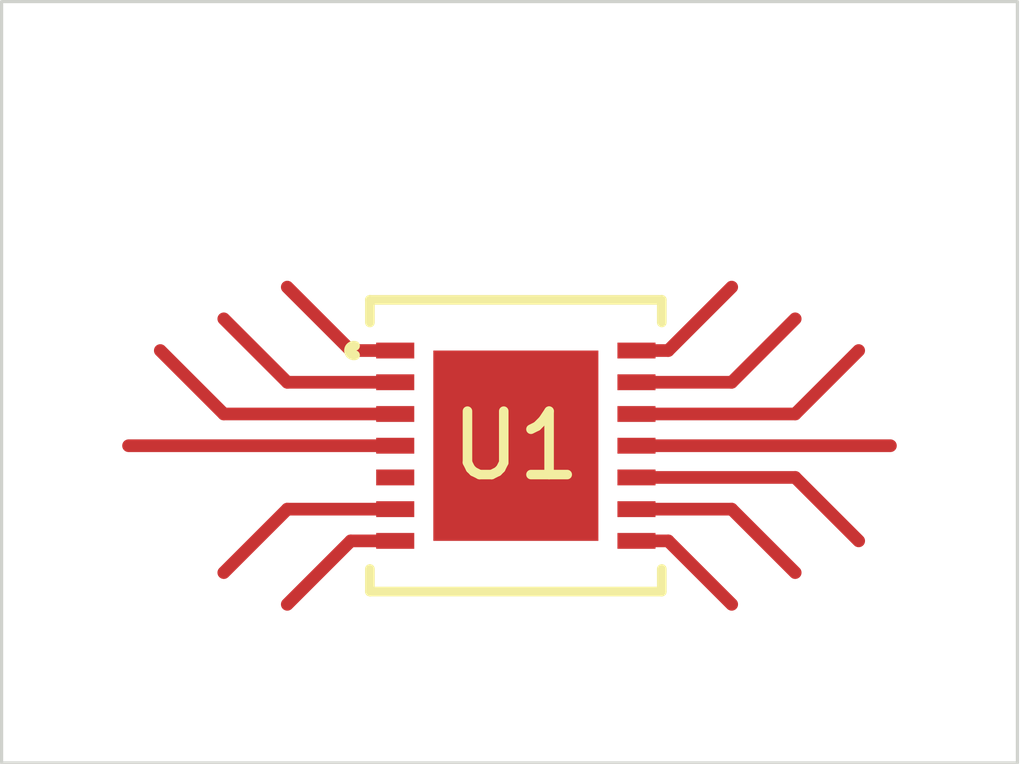
<source format=kicad_pcb>
(kicad_pcb (version 20241229) (generator "pcbnew") (generator_version "9.0")
  (layers (0 "F.Cu" signal) (2 "B.Cu" signal) (13 "F.Paste" user) (15 "B.Paste" user) (5 "F.SilkS" user "F.Silkscreen") (7 "B.SilkS" user "B.Silkscreen") (1 "F.Mask" user) (3 "B.Mask" user) (25 "Edge.Cuts" user))
  (net 0 "")
  (net 2 "unconnected-(U1-WE-Pad12)")
  (net 3 "unconnected-(U1-C1-Pad10)")
  (net 4 "unconnected-(U1-VOUT-Pad8)")
  (net 5 "unconnected-(U1-MENB-Pad2)")
  (net 6 "unconnected-(U1-RE-Pad13)")
  (net 7 "unconnected-(U1-C2-Pad9)")
  (net 8 "unconnected-(U1-VDD-Pad6)")
  (net 9 "unconnected-(U1-DGND-Pad1)")
  (net 10 "unconnected-(U1-AGND-Pad7)")
  (net 11 "unconnected-(U1-SCL-Pad3)")
  (net 12 "unconnected-(U1-VREF-Pad11)")
  (net 14 "unconnected-(U1-CE-Pad14)")
  (net 15 "unconnected-(U1-SDA-Pad4)")
  (footprint "LMP91000SDX_NOPB:SDA14B" (layer "F.Cu") (at 115.100001 109)
    (property "Reference" "U1" (at 0 0 0) (layer "F.SilkS"))
    (property "Value" "LMP91000SDX/NOPB")
    (fp_line (start -2.2987 -2.2987) (end -2.2987 -1.942764) (stroke (width 0.1524)) (layer "F.SilkS"))
    (fp_line (start -2.2987 1.942764) (end -2.2987 2.2987) (stroke (width 0.1524)) (layer "F.SilkS"))
    (fp_line (start -2.2987 2.2987) (end 2.2987 2.2987) (stroke (width 0.1524)) (layer "F.SilkS"))
    (fp_line (start 2.2987 -2.2987) (end -2.2987 -2.2987) (stroke (width 0.1524)) (layer "F.SilkS"))
    (fp_line (start 2.2987 -1.942764) (end 2.2987 -2.2987) (stroke (width 0.1524)) (layer "F.SilkS"))
    (fp_line (start 2.2987 2.2987) (end 2.2987 1.942764) (stroke (width 0.1524)) (layer "F.SilkS"))
    (fp_arc (start -2.532739 -1.426171) (mid -2.6278 -1.5) (end -2.532739 -1.573828) (stroke (width 0.1524)) (layer "F.SilkS"))
    (pad "1" smd rect (at -1.899999 -1.5) (size 0.6 0.25) (layers "F.Cu" "F.Mask") (net 9 "unconnected-(U1-DGND-Pad1)"))
    (pad "2" smd rect (at -1.899999 -1.000001) (size 0.6 0.25) (layers "F.Cu" "F.Mask") (net 5 "unconnected-(U1-MENB-Pad2)"))
    (pad "3" smd rect (at -1.899999 -0.499999) (size 0.6 0.25) (layers "F.Cu" "F.Mask") (net 11 "unconnected-(U1-SCL-Pad3)"))
    (pad "4" smd rect (at -1.899999 0) (size 0.6 0.25) (layers "F.Cu" "F.Mask") (net 15 "unconnected-(U1-SDA-Pad4)"))
    (pad "5" smd rect (at -1.899999 0.500002) (size 0.6 0.25) (layers "F.Cu" "F.Mask"))
    (pad "6" smd rect (at -1.899999 1.000001) (size 0.6 0.25) (layers "F.Cu" "F.Mask") (net 8 "unconnected-(U1-VDD-Pad6)"))
    (pad "7" smd rect (at -1.899999 1.5) (size 0.6 0.25) (layers "F.Cu" "F.Mask") (net 10 "unconnected-(U1-AGND-Pad7)"))
    (pad "8" smd rect (at 1.899999 1.5) (size 0.6 0.25) (layers "F.Cu" "F.Mask") (net 4 "unconnected-(U1-VOUT-Pad8)"))
    (pad "9" smd rect (at 1.899999 1.000001) (size 0.6 0.25) (layers "F.Cu" "F.Mask") (net 7 "unconnected-(U1-C2-Pad9)"))
    (pad "10" smd rect (at 1.899999 0.499999) (size 0.6 0.25) (layers "F.Cu" "F.Mask") (net 3 "unconnected-(U1-C1-Pad10)"))
    (pad "11" smd rect (at 1.899999 0) (size 0.6 0.25) (layers "F.Cu" "F.Mask") (net 12 "unconnected-(U1-VREF-Pad11)"))
    (pad "12" smd rect (at 1.899999 -0.500002) (size 0.6 0.25) (layers "F.Cu" "F.Mask") (net 2 "unconnected-(U1-WE-Pad12)"))
    (pad "13" smd rect (at 1.899999 -1.000001) (size 0.6 0.25) (layers "F.Cu" "F.Mask") (net 6 "unconnected-(U1-RE-Pad13)"))
    (pad "14" smd rect (at 1.899999 -1.5) (size 0.6 0.25) (layers "F.Cu" "F.Mask") (net 14 "unconnected-(U1-CE-Pad14)"))
    (pad "15" smd rect (at 0 0) (size 2.6 2.999999) (layers "F.Cu" "F.Mask"))
  )
  (gr_rect (start 107 102) (end 123 114) (stroke (width 0.05)) (fill no) (layer "Edge.Cuts"))
  (segment (start 119.500002 108.499998) (end 120.5 107.5) (width 0.2) (layer "F.Cu") (net 2))
  (segment (start 117 108.499998) (end 119.500002 108.499998) (width 0.2) (layer "F.Cu") (net 2))
  (segment (start 119.499999 109.499999) (end 120.5 110.5) (width 0.2) (layer "F.Cu") (net 3))
  (segment (start 117 109.499999) (end 119.499999 109.499999) (width 0.2) (layer "F.Cu") (net 3))
  (segment (start 117 110.5) (end 117.5 110.5) (width 0.2) (layer "F.Cu") (net 4))
  (segment (start 117.5 110.5) (end 118.5 111.5) (width 0.2) (layer "F.Cu") (net 4))
  (segment (start 113.200002 107.999999) (end 111.499999 107.999999) (width 0.2) (layer "F.Cu") (net 5))
  (segment (start 111.499999 107.999999) (end 110.5 107) (width 0.2) (layer "F.Cu") (net 5))
  (segment (start 118.500001 107.999999) (end 119.5 107) (width 0.2) (layer "F.Cu") (net 6))
  (segment (start 117 107.999999) (end 118.500001 107.999999) (width 0.2) (layer "F.Cu") (net 6))
  (segment (start 118.500001 110.000001) (end 119.5 111) (width 0.2) (layer "F.Cu") (net 7))
  (segment (start 117 110.000001) (end 118.500001 110.000001) (width 0.2) (layer "F.Cu") (net 7))
  (segment (start 111.499999 110.000001) (end 110.5 111) (width 0.2) (layer "F.Cu") (net 8))
  (segment (start 113.200002 110.000001) (end 111.499999 110.000001) (width 0.2) (layer "F.Cu") (net 8))
  (segment (start 112.5 107.5) (end 111.5 106.5) (width 0.2) (layer "F.Cu") (net 9))
  (segment (start 113.200002 107.5) (end 112.5 107.5) (width 0.2) (layer "F.Cu") (net 9))
  (segment (start 113.200002 110.5) (end 112.5 110.5) (width 0.2) (layer "F.Cu") (net 10))
  (segment (start 112.5 110.5) (end 111.5 111.5) (width 0.2) (layer "F.Cu") (net 10))
  (segment (start 113.200002 108.500001) (end 110.500001 108.500001) (width 0.2) (layer "F.Cu") (net 11))
  (segment (start 110.500001 108.500001) (end 109.5 107.5) (width 0.2) (layer "F.Cu") (net 11))
  (segment (start 117 109) (end 121 109) (width 0.2) (layer "F.Cu") (net 12))
  (segment (start 117.5 107.5) (end 118.5 106.5) (width 0.2) (layer "F.Cu") (net 14))
  (segment (start 117 107.5) (end 117.5 107.5) (width 0.2) (layer "F.Cu") (net 14))
  (segment (start 113.200002 109) (end 109 109) (width 0.2) (layer "F.Cu") (net 15))
)
</source>
